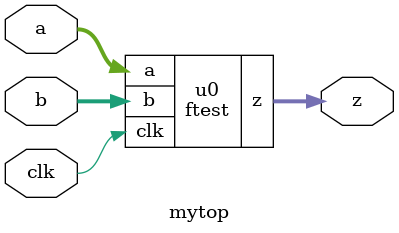
<source format=v>

module t (clk);

   input clk;

   reg [7:0] 	a,b;
   wire [7:0] 	z;

   mytop u0 ( a, b, clk, z );

   integer cyc; initial cyc=1;
   always @ (posedge clk) begin
      if (cyc!=0) begin
	 cyc <= cyc + 1;
	 //$write("%d %x\n", cyc, z);
	 if (cyc==1) begin
	    a <= 8'h07;
	    b <= 8'h20;
	 end
	 if (cyc==2) begin
	    a <= 8'h8a;
	    b <= 8'h12;
	 end
	 if (cyc==3) begin
	    if (z !== 8'hdf) $stop;
	    a <= 8'h71;
	    b <= 8'hb2;
	 end
	 if (cyc==4) begin
	    if (z !== 8'hed) $stop;
	 end
	 if (cyc==5) begin
	    if (z !== 8'h4d) $stop;
	 end
	 if (cyc==9) begin
	    $write("*-* All Finished *-*\n");
	    $finish;
	 end
      end
   end

endmodule // mytop

module inv(
             input [ 7:0 ]  a,
             output  [ 7:0 ]  z
             );
   wire [7:0] 		      z = ~a;
endmodule


module ftest(
             input [ 7:0 ]  a,
             input [ 7:0 ]  b,
             input clk,
             output  [ 7:0 ]  z
             );

   wire [7:0] 		      zi;
   reg [7:0] 		      z;

   inv u1 (.a(myadd(a,b)),
	   .z(zi));


   always @ ( posedge clk ) begin
      z <= myadd( a, zi );
   end
   
   function [ 7:0 ] myadd;
      input [7:0] ina;
      input [7:0] inb;

      begin
         myadd = ina + inb;
      end
   endfunction // myadd

endmodule // ftest

module mytop ( 
           input [ 7:0 ]  a,
           input [ 7:0 ]  b,
           input clk,
           output  [ 7:0 ]  z
           );

   ftest u0( a, b, clk, z );

endmodule // mytop


</source>
